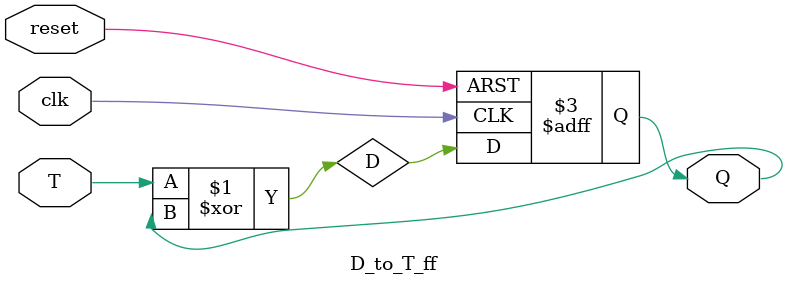
<source format=v>
`timescale 1ns / 1ps



module D_to_T_ff(
    input T, clk, reset,
    output reg Q
);
    wire D;

    // Conversion: D = T ⊕ Q
    assign D = T ^ Q;

    // D Flip-Flop implementation
    always @(posedge clk or posedge reset) begin
        if (reset)
            Q <= 0;
        else
            Q <= D;
    end
endmodule


</source>
